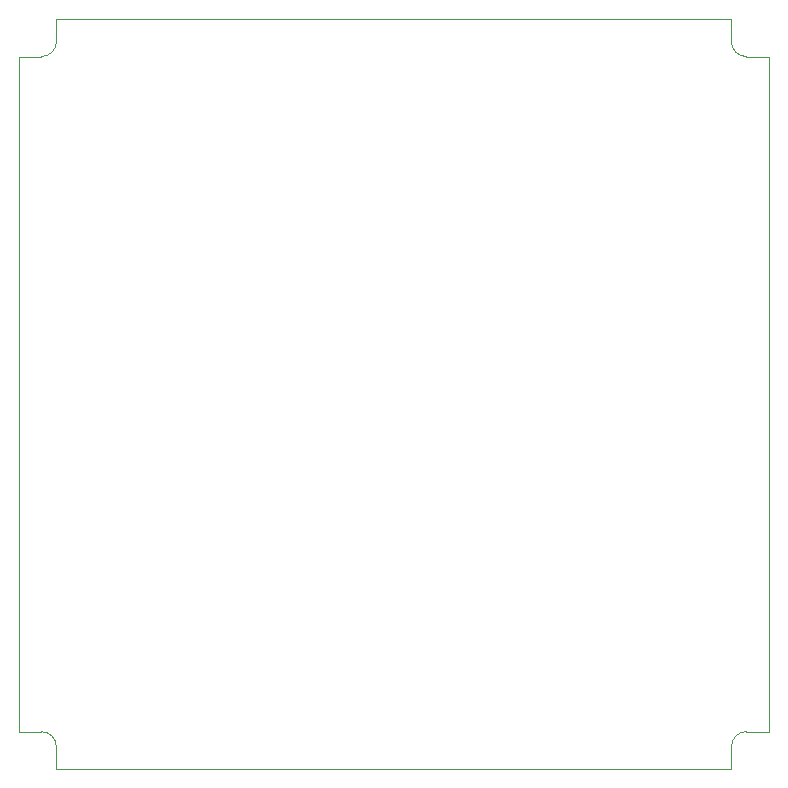
<source format=gbr>
%TF.GenerationSoftware,Altium Limited,Altium Designer,24.2.2 (26)*%
G04 Layer_Color=0*
%FSLAX45Y45*%
%MOMM*%
%TF.SameCoordinates,7B2EFB22-2454-4570-B993-6C8DBF9E02C9*%
%TF.FilePolarity,Positive*%
%TF.FileFunction,Profile,NP*%
%TF.Part,Single*%
G01*
G75*
%TA.AperFunction,Profile*%
%ADD41C,0.02540*%
D41*
X317500Y0D02*
Y190500D01*
D02*
G03*
X190500Y317500I-127000J0D01*
G01*
X0D01*
Y6032500D01*
X190500D01*
D02*
G03*
X317500Y6159500I0J127000D01*
G01*
Y6350000D01*
X6032500D01*
Y6159500D01*
D02*
G03*
X6159500Y6032500I127000J0D01*
G01*
X6350000D01*
Y317500D01*
X6159500D01*
D02*
G03*
X6032500Y190500I0J-127000D01*
G01*
Y0D01*
X317500D01*
%TF.MD5,750f1c8f2ec3a260d7f7eb0f7dcf712b*%
M02*

</source>
